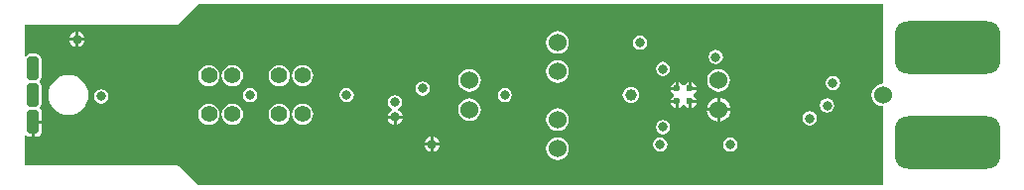
<source format=gbr>
%FSTAX23Y23*%
%MOMM*%
%SFA1B1*%

%IPPOS*%
%AMD32*
4,1,8,-0.500380,0.749300,-0.500380,-0.749300,-0.248920,-1.000760,0.248920,-1.000760,0.500380,-0.749300,0.500380,0.749300,0.248920,1.000760,-0.248920,1.000760,-0.500380,0.749300,0.0*
1,1,0.500000,-0.248920,0.749300*
1,1,0.500000,-0.248920,-0.749300*
1,1,0.500000,0.248920,-0.749300*
1,1,0.500000,0.248920,0.749300*
%
%AMD33*
4,1,8,3.375660,2.250440,-3.375660,2.250440,-4.500880,1.125220,-4.500880,-1.125220,-3.375660,-2.250440,3.375660,-2.250440,4.500880,-1.125220,4.500880,1.125220,3.375660,2.250440,0.0*
1,1,2.250000,3.375660,1.125220*
1,1,2.250000,-3.375660,1.125220*
1,1,2.250000,-3.375660,-1.125220*
1,1,2.250000,3.375660,-1.125220*
%
%ADD31C,1.399997*%
G04~CAMADD=32~8~0.0~0.0~787.4~393.7~98.4~0.0~15~0.0~0.0~0.0~0.0~0~0.0~0.0~0.0~0.0~0~0.0~0.0~0.0~90.0~394.0~788.0*
%ADD32D32*%
G04~CAMADD=33~8~0.0~0.0~3543.3~1771.7~442.9~0.0~15~0.0~0.0~0.0~0.0~0~0.0~0.0~0.0~0.0~0~0.0~0.0~0.0~0.0~3543.3~1771.7*
%ADD33D33*%
%ADD34C,1.523997*%
%ADD35C,0.599999*%
%ADD36C,0.799998*%
%ADD37C,0.999998*%
%LNmicamp_copper_signal_bot-1*%
%LPD*%
G36*
X73499Y0897D02*
X73248Y08937D01*
X73014Y0884*
X72813Y08686*
X72659Y08485*
X72562Y08251*
X72529Y07999*
X72562Y07748*
X72659Y07514*
X72813Y07313*
X73014Y07159*
X73248Y07062*
X73499Y07029*
Y00254*
X15105*
X1343Y0193*
X13347Y01985*
X13249Y02004*
X00254*
Y04555*
X00381Y04593*
X00386Y04586*
X00553Y04475*
X00749Y04436*
X00872*
Y05699*
X00999*
Y05826*
X01763*
Y06449*
X01724Y06646*
X0162Y06803*
X01574Y06923*
Y06925*
X01673Y07074*
X01708Y07249*
Y08749*
X01673Y08925*
X01574Y09074*
X01556Y09086*
Y09213*
X01574Y09225*
X01673Y09374*
X01708Y09549*
Y11049*
X01673Y11225*
X01574Y11374*
X01425Y11473*
X01249Y11508*
X00749*
X00574Y11473*
X00425Y11374*
X00381Y11309*
X00254Y11347*
Y13995*
X13249*
X13347Y14014*
X1343Y14069*
X15105Y15745*
X73499*
Y0897*
G37*
%LNmicamp_copper_signal_bot-2*%
%LPC*%
G36*
X04876Y13392D02*
Y12876D01*
X05392*
X05387Y1292*
X05321Y13079*
X05216Y13216*
X05079Y13321*
X0492Y13387*
X04876Y13392*
G37*
G36*
X04622D02*
X04579Y13387D01*
X0442Y13321*
X04283Y13216*
X04178Y13079*
X04112Y1292*
X04107Y12876*
X04622*
Y13392*
G37*
G36*
X05392Y12622D02*
X04876D01*
Y12107*
X0492Y12112*
X05079Y12178*
X05216Y12283*
X05321Y1242*
X05387Y12579*
X05392Y12622*
G37*
G36*
X04622D02*
X04107D01*
X04112Y12579*
X04178Y1242*
X04283Y12283*
X0442Y12178*
X04579Y12112*
X04622Y12107*
Y12622*
G37*
G36*
X52774Y13086D02*
X5254Y1304D01*
X52342Y12907*
X52209Y12709*
X52163Y12474*
X52209Y1224*
X52342Y12042*
X5254Y11909*
X52774Y11863*
X53009Y11909*
X53207Y12042*
X5334Y1224*
X53386Y12474*
X5334Y12709*
X53207Y12907*
X53009Y1304*
X52774Y13086*
G37*
G36*
X45749Y1347D02*
X45498Y13437D01*
X45264Y1334*
X45063Y13186*
X44909Y12985*
X44812Y12751*
X44779Y12499*
X44812Y12248*
X44909Y12014*
X45063Y11813*
X45264Y11659*
X45498Y11562*
X45749Y11529*
X46001Y11562*
X46235Y11659*
X46436Y11813*
X4659Y12014*
X46687Y12248*
X4672Y12499*
X46687Y12751*
X4659Y12985*
X46436Y13186*
X46235Y1334*
X46001Y13437*
X45749Y1347*
G37*
G36*
X59249Y11861D02*
X59015Y11815D01*
X58817Y11682*
X58684Y11484*
X58638Y11249*
X58684Y11015*
X58817Y10817*
X59015Y10684*
X59249Y10638*
X59484Y10684*
X59682Y10817*
X59815Y11015*
X59861Y11249*
X59815Y11484*
X59682Y11682*
X59484Y11815*
X59249Y11861*
G37*
G36*
X54749Y10836D02*
X54515Y1079D01*
X54317Y10657*
X54184Y10459*
X54138Y10224*
X54184Y0999*
X54317Y09792*
X54515Y09659*
X54749Y09613*
X54984Y09659*
X55182Y09792*
X55315Y0999*
X55361Y10224*
X55315Y10459*
X55182Y10657*
X54984Y1079*
X54749Y10836*
G37*
G36*
X45749Y1097D02*
X45498Y10937D01*
X45264Y1084*
X45063Y10686*
X44909Y10485*
X44812Y10251*
X44779Y09999*
X44812Y09748*
X44909Y09514*
X45063Y09313*
X45264Y09159*
X45498Y09062*
X45749Y09029*
X46001Y09062*
X46235Y09159*
X46436Y09313*
X4659Y09514*
X46687Y09748*
X4672Y09999*
X46687Y10251*
X4659Y10485*
X46436Y10686*
X46235Y1084*
X46001Y10937*
X45749Y1097*
G37*
G36*
X56922Y09089D02*
X56833Y09071D01*
X5665Y08949*
X56576Y08838*
X56423*
X56349Y08949*
X56166Y09071*
X56076Y09089*
Y08549*
X55949*
Y08422*
X5541*
X55428Y08333*
X5555Y0815*
X55661Y08076*
Y07923*
X5555Y07849*
X55428Y07666*
X5541Y07576*
X55949*
Y07449*
X56076*
Y0691*
X56166Y06928*
X56349Y0705*
X56423Y07161*
X56576*
X5665Y0705*
X56833Y06928*
X56922Y0691*
Y07449*
X57049*
Y07576*
X57589*
X57571Y07666*
X57449Y07849*
X57338Y07923*
Y08076*
X57449Y0815*
X57571Y08333*
X57589Y08422*
X57049*
Y08549*
X56922*
Y09089*
G37*
G36*
X23999Y10557D02*
X23765Y10526D01*
X23546Y10436*
X23358Y10291*
X23213Y10103*
X23123Y09884*
X23092Y09649*
X23123Y09415*
X23213Y09196*
X23358Y09008*
X23546Y08863*
X23765Y08773*
X23999Y08742*
X24234Y08773*
X24453Y08863*
X24641Y09008*
X24786Y09196*
X24876Y09415*
X24907Y09649*
X24876Y09884*
X24786Y10103*
X24641Y10291*
X24453Y10436*
X24234Y10526*
X23999Y10557*
G37*
G36*
X21999D02*
X21765Y10526D01*
X21546Y10436*
X21358Y10291*
X21213Y10103*
X21123Y09884*
X21092Y09649*
X21123Y09415*
X21213Y09196*
X21358Y09008*
X21546Y08863*
X21765Y08773*
X21999Y08742*
X22234Y08773*
X22453Y08863*
X22641Y09008*
X22786Y09196*
X22876Y09415*
X22907Y09649*
X22876Y09884*
X22786Y10103*
X22641Y10291*
X22453Y10436*
X22234Y10526*
X21999Y10557*
G37*
G36*
X17999D02*
X17765Y10526D01*
X17546Y10436*
X17358Y10291*
X17213Y10103*
X17123Y09884*
X17092Y09649*
X17123Y09415*
X17213Y09196*
X17358Y09008*
X17546Y08863*
X17765Y08773*
X17999Y08742*
X18234Y08773*
X18453Y08863*
X18641Y09008*
X18786Y09196*
X18876Y09415*
X18907Y09649*
X18876Y09884*
X18786Y10103*
X18641Y10291*
X18453Y10436*
X18234Y10526*
X17999Y10557*
G37*
G36*
X15999D02*
X15765Y10526D01*
X15546Y10436*
X15358Y10291*
X15213Y10103*
X15123Y09884*
X15092Y09649*
X15123Y09415*
X15213Y09196*
X15358Y09008*
X15546Y08863*
X15765Y08773*
X15999Y08742*
X16234Y08773*
X16453Y08863*
X16641Y09008*
X16786Y09196*
X16876Y09415*
X16907Y09649*
X16876Y09884*
X16786Y10103*
X16641Y10291*
X16453Y10436*
X16234Y10526*
X15999Y10557*
G37*
G36*
X57176Y09089D02*
Y08676D01*
X57589*
X57571Y08766*
X57449Y08949*
X57266Y09071*
X57176Y09089*
G37*
G36*
X55822D02*
X55733Y09071D01*
X5555Y08949*
X55428Y08766*
X5541Y08676*
X55822*
Y09089*
G37*
G36*
X69249Y09611D02*
X69015Y09565D01*
X68817Y09432*
X68684Y09234*
X68638Y08999*
X68684Y08765*
X68817Y08567*
X69015Y08434*
X69249Y08388*
X69484Y08434*
X69682Y08567*
X69815Y08765*
X69861Y08999*
X69815Y09234*
X69682Y09432*
X69484Y09565*
X69249Y09611*
G37*
G36*
X59499Y1022D02*
X59248Y10187D01*
X59014Y1009*
X58813Y09936*
X58659Y09735*
X58562Y09501*
X58529Y09249*
X58562Y08998*
X58659Y08764*
X58813Y08563*
X59014Y08409*
X59248Y08312*
X59499Y08279*
X59751Y08312*
X59985Y08409*
X60186Y08563*
X6034Y08764*
X60437Y08998*
X6047Y09249*
X60437Y09501*
X6034Y09735*
X60186Y09936*
X59985Y1009*
X59751Y10187*
X59499Y1022*
G37*
G36*
X38249D02*
X37998Y10187D01*
X37764Y1009*
X37563Y09936*
X37409Y09735*
X37312Y09501*
X37279Y09249*
X37312Y08998*
X37409Y08764*
X37563Y08563*
X37764Y08409*
X37998Y08312*
X38249Y08279*
X38501Y08312*
X38735Y08409*
X38936Y08563*
X3909Y08764*
X39187Y08998*
X3922Y09249*
X39187Y09501*
X3909Y09735*
X38936Y09936*
X38735Y1009*
X38501Y10187*
X38249Y1022*
G37*
G36*
X34249Y09161D02*
X34015Y09115D01*
X33817Y08982*
X33684Y08784*
X33638Y08549*
X33684Y08315*
X33817Y08117*
X34015Y07984*
X34249Y07938*
X34484Y07984*
X34682Y08117*
X34815Y08315*
X34861Y08549*
X34815Y08784*
X34682Y08982*
X34484Y09115*
X34249Y09161*
G37*
G36*
X41249Y08611D02*
X41015Y08565D01*
X40817Y08432*
X40684Y08234*
X40638Y07999*
X40684Y07765*
X40817Y07567*
X41015Y07434*
X41249Y07388*
X41484Y07434*
X41682Y07567*
X41815Y07765*
X41861Y07999*
X41815Y08234*
X41682Y08432*
X41484Y08565*
X41249Y08611*
G37*
G36*
X27749D02*
X27515Y08565D01*
X27317Y08432*
X27184Y08234*
X27138Y07999*
X27184Y07765*
X27317Y07567*
X27515Y07434*
X27749Y07388*
X27984Y07434*
X28182Y07567*
X28315Y07765*
X28361Y07999*
X28315Y08234*
X28182Y08432*
X27984Y08565*
X27749Y08611*
G37*
G36*
X19499D02*
X19265Y08565D01*
X19067Y08432*
X18934Y08234*
X18888Y07999*
X18934Y07765*
X19067Y07567*
X19265Y07434*
X19499Y07388*
X19734Y07434*
X19932Y07567*
X20065Y07765*
X20111Y07999*
X20065Y08234*
X19932Y08432*
X19734Y08565*
X19499Y08611*
G37*
G36*
X51999Y08706D02*
X51817Y08681D01*
X51646Y08611*
X515Y08499*
X51388Y08353*
X51318Y08182*
X51293Y07999*
X51318Y07817*
X51388Y07646*
X515Y075*
X51646Y07388*
X51817Y07318*
X51999Y07293*
X52182Y07318*
X52353Y07388*
X52499Y075*
X52611Y07646*
X52681Y07817*
X52706Y07999*
X52681Y08182*
X52611Y08353*
X52499Y08499*
X52353Y08611*
X52182Y08681*
X51999Y08706*
G37*
G36*
X06799Y08486D02*
X06565Y0844D01*
X06367Y08307*
X06234Y08109*
X06188Y07874*
X06234Y0764*
X06367Y07442*
X06565Y07309*
X06799Y07263*
X07034Y07309*
X07232Y07442*
X07365Y0764*
X07411Y07874*
X07365Y08109*
X07232Y08307*
X07034Y0844*
X06799Y08486*
G37*
G36*
X57589Y07322D02*
X57176D01*
Y0691*
X57266Y06928*
X57449Y0705*
X57571Y07233*
X57589Y07322*
G37*
G36*
X55822D02*
X5541D01*
X55428Y07233*
X5555Y0705*
X55733Y06928*
X55822Y0691*
Y07322*
G37*
G36*
X59626Y07758D02*
Y06876D01*
X60508*
X60489Y07015*
X60387Y07262*
X60224Y07474*
X60012Y07637*
X59765Y07739*
X59626Y07758*
G37*
G36*
X59372D02*
X59234Y07739D01*
X58987Y07637*
X58775Y07474*
X58612Y07262*
X5851Y07015*
X58491Y06876*
X59372*
Y07758*
G37*
G36*
X68749Y07711D02*
X68515Y07665D01*
X68317Y07532*
X68184Y07334*
X68138Y07099*
X68184Y06865*
X68317Y06667*
X68515Y06534*
X68749Y06488*
X68984Y06534*
X69182Y06667*
X69315Y06865*
X69361Y07099*
X69315Y07334*
X69182Y07532*
X68984Y07665*
X68749Y07711*
G37*
G36*
X03999Y09708D02*
X03666Y09675D01*
X03346Y09578*
X0305Y0942*
X02792Y09207*
X02579Y08949*
X02421Y08653*
X02324Y08333*
X02291Y07999*
X02324Y07666*
X02421Y07346*
X02579Y0705*
X02792Y06792*
X0305Y06579*
X03346Y06421*
X03666Y06324*
X03999Y06291*
X04333Y06324*
X04653Y06421*
X04949Y06579*
X05207Y06792*
X0542Y0705*
X05578Y07346*
X05675Y07666*
X05708Y07999*
X05675Y08333*
X05578Y08653*
X0542Y08949*
X05207Y09207*
X04949Y0942*
X04653Y09578*
X04333Y09675*
X03999Y09708*
G37*
G36*
X31884Y07976D02*
X3165Y0793D01*
X31452Y07797*
X31319Y07599*
X31273Y07364*
X31319Y0713*
X31452Y06932*
X3161Y06826*
X31608Y06692*
X31607Y06687*
X31555Y06666*
X31418Y06561*
X31313Y06424*
X31247Y06265*
X31242Y06221*
X32527*
X32522Y06265*
X32456Y06424*
X32351Y06561*
X32214Y06666*
X32162Y06687*
X32161Y06692*
X32159Y06826*
X32317Y06932*
X3245Y0713*
X32496Y07364*
X3245Y07599*
X32317Y07797*
X32119Y0793*
X31884Y07976*
G37*
G36*
X38249Y0772D02*
X37998Y07687D01*
X37764Y0759*
X37563Y07436*
X37409Y07235*
X37312Y07001*
X37279Y06749*
X37312Y06498*
X37409Y06264*
X37563Y06063*
X37764Y05909*
X37998Y05812*
X38249Y05779*
X38501Y05812*
X38735Y05909*
X38936Y06063*
X3909Y06264*
X39187Y06498*
X3922Y06749*
X39187Y07001*
X3909Y07235*
X38936Y07436*
X38735Y0759*
X38501Y07687*
X38249Y0772*
G37*
G36*
X60508Y06622D02*
X59626D01*
Y05741*
X59765Y0576*
X60012Y05862*
X60224Y06025*
X60387Y06237*
X60489Y06484*
X60508Y06622*
G37*
G36*
X59372D02*
X58491D01*
X5851Y06484*
X58612Y06237*
X58775Y06025*
X58987Y05862*
X59234Y0576*
X59372Y05741*
Y06622*
G37*
G36*
X32527Y05967D02*
X32011D01*
Y05452*
X32055Y05457*
X32214Y05523*
X32351Y05628*
X32456Y05765*
X32522Y05924*
X32527Y05967*
G37*
G36*
X31757D02*
X31242D01*
X31247Y05924*
X31313Y05765*
X31418Y05628*
X31555Y05523*
X31714Y05457*
X31757Y05452*
Y05967*
G37*
G36*
X23999Y07257D02*
X23765Y07226D01*
X23546Y07136*
X23358Y06991*
X23213Y06803*
X23123Y06584*
X23092Y0635*
X23123Y06115*
X23213Y05896*
X23358Y05708*
X23546Y05563*
X23765Y05473*
X23999Y05442*
X24234Y05473*
X24453Y05563*
X24641Y05708*
X24786Y05896*
X24876Y06115*
X24907Y0635*
X24876Y06584*
X24786Y06803*
X24641Y06991*
X24453Y07136*
X24234Y07226*
X23999Y07257*
G37*
G36*
X21999D02*
X21765Y07226D01*
X21546Y07136*
X21358Y06991*
X21213Y06803*
X21123Y06584*
X21092Y0635*
X21123Y06115*
X21213Y05896*
X21358Y05708*
X21546Y05563*
X21765Y05473*
X21999Y05442*
X22234Y05473*
X22453Y05563*
X22641Y05708*
X22786Y05896*
X22876Y06115*
X22907Y0635*
X22876Y06584*
X22786Y06803*
X22641Y06991*
X22453Y07136*
X22234Y07226*
X21999Y07257*
G37*
G36*
X17999D02*
X17765Y07226D01*
X17546Y07136*
X17358Y06991*
X17213Y06803*
X17123Y06584*
X17092Y0635*
X17123Y06115*
X17213Y05896*
X17358Y05708*
X17546Y05563*
X17765Y05473*
X17999Y05442*
X18234Y05473*
X18453Y05563*
X18641Y05708*
X18786Y05896*
X18876Y06115*
X18907Y0635*
X18876Y06584*
X18786Y06803*
X18641Y06991*
X18453Y07136*
X18234Y07226*
X17999Y07257*
G37*
G36*
X15999D02*
X15765Y07226D01*
X15546Y07136*
X15358Y06991*
X15213Y06803*
X15123Y06584*
X15092Y0635*
X15123Y06115*
X15213Y05896*
X15358Y05708*
X15546Y05563*
X15765Y05473*
X15999Y05442*
X16234Y05473*
X16453Y05563*
X16641Y05708*
X16786Y05896*
X16876Y06115*
X16907Y0635*
X16876Y06584*
X16786Y06803*
X16641Y06991*
X16453Y07136*
X16234Y07226*
X15999Y07257*
G37*
G36*
X67249Y06611D02*
X67015Y06565D01*
X66817Y06432*
X66684Y06234*
X66638Y05999*
X66684Y05765*
X66817Y05567*
X67015Y05434*
X67249Y05388*
X67484Y05434*
X67682Y05567*
X67815Y05765*
X67861Y05999*
X67815Y06234*
X67682Y06432*
X67484Y06565*
X67249Y06611*
G37*
G36*
X45749Y0687D02*
X45498Y06837D01*
X45264Y0674*
X45063Y06586*
X44909Y06385*
X44812Y06151*
X44779Y05899*
X44812Y05648*
X44909Y05414*
X45063Y05213*
X45264Y05059*
X45498Y04962*
X45749Y04929*
X46001Y04962*
X46235Y05059*
X46436Y05213*
X4659Y05414*
X46687Y05648*
X4672Y05899*
X46687Y06151*
X4659Y06385*
X46436Y06586*
X46235Y0674*
X46001Y06837*
X45749Y0687*
G37*
G36*
X54749Y05861D02*
X54515Y05815D01*
X54317Y05682*
X54184Y05484*
X54138Y05249*
X54184Y05015*
X54317Y04817*
X54515Y04684*
X54749Y04638*
X54984Y04684*
X55182Y04817*
X55315Y05015*
X55361Y05249*
X55315Y05484*
X55182Y05682*
X54984Y05815*
X54749Y05861*
G37*
G36*
X01763Y05572D02*
X01126D01*
Y04436*
X01249*
X01446Y04475*
X01613Y04586*
X01724Y04753*
X01763Y04949*
Y05572*
G37*
G36*
X35151Y04417D02*
Y03901D01*
X35667*
X35662Y03945*
X35596Y04104*
X35491Y04241*
X35354Y04346*
X35195Y04412*
X35151Y04417*
G37*
G36*
X34897D02*
X34854Y04412D01*
X34695Y04346*
X34558Y04241*
X34453Y04104*
X34387Y03945*
X34382Y03901*
X34897*
Y04417*
G37*
G36*
X60499Y04361D02*
X60265Y04315D01*
X60067Y04182*
X59934Y03984*
X59888Y03749*
X59934Y03515*
X60067Y03317*
X60265Y03184*
X60499Y03138*
X60734Y03184*
X60932Y03317*
X61065Y03515*
X61111Y03749*
X61065Y03984*
X60932Y04182*
X60734Y04315*
X60499Y04361*
G37*
G36*
X54499D02*
X54265Y04315D01*
X54067Y04182*
X53934Y03984*
X53888Y03749*
X53934Y03515*
X54067Y03317*
X54265Y03184*
X54499Y03138*
X54734Y03184*
X54932Y03317*
X55065Y03515*
X55111Y03749*
X55065Y03984*
X54932Y04182*
X54734Y04315*
X54499Y04361*
G37*
G36*
X35667Y03647D02*
X35151D01*
Y03132*
X35195Y03137*
X35354Y03203*
X35491Y03308*
X35596Y03445*
X35662Y03604*
X35667Y03647*
G37*
G36*
X34897D02*
X34382D01*
X34387Y03604*
X34453Y03445*
X34558Y03308*
X34695Y03203*
X34854Y03137*
X34897Y03132*
Y03647*
G37*
G36*
X45749Y0437D02*
X45498Y04337D01*
X45264Y0424*
X45063Y04086*
X44909Y03885*
X44812Y03651*
X44779Y03399*
X44812Y03148*
X44909Y02914*
X45063Y02713*
X45264Y02559*
X45498Y02462*
X45749Y02429*
X46001Y02462*
X46235Y02559*
X46436Y02713*
X4659Y02914*
X46687Y03148*
X4672Y03399*
X46687Y03651*
X4659Y03885*
X46436Y04086*
X46235Y0424*
X46001Y04337*
X45749Y0437*
G37*
%LNmicamp_copper_signal_bot-3*%
%LPD*%
G54D31*
X23999Y09649D03*
X21999D03*
X17999D03*
X15999D03*
Y0635D03*
X17999D03*
X21999D03*
X23999D03*
G54D32*
X00999Y05699D03*
Y07999D03*
Y10299D03*
G54D33*
X78999Y03939D03*
Y12059D03*
G54D34*
X73499Y07999D03*
X38249Y06749D03*
Y09249D03*
X45749Y12499D03*
Y09999D03*
Y05899D03*
Y03399D03*
X59499Y09249D03*
Y06749D03*
G54D35*
X55949Y07449D03*
Y08549D03*
X57049Y07449D03*
Y08549D03*
G54D36*
X68749Y07099D03*
X69249Y08999D03*
X67249Y05999D03*
X35024Y03774D03*
X04749Y12749D03*
X60499Y03749D03*
X34249Y08549D03*
X41249Y07999D03*
X27749D03*
X59249Y11249D03*
X54749Y10224D03*
Y05249D03*
X52774Y12474D03*
X54499Y03749D03*
X06799Y07874D03*
X19499Y07999D03*
X31884Y07364D03*
Y06094D03*
G54D37*
X51999Y07999D03*
M02*
</source>
